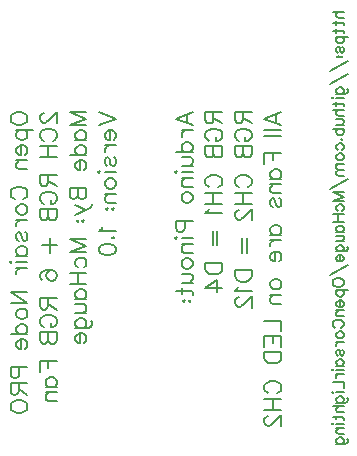
<source format=gbo>
G04 Layer: BottomSilkLayer*
G04 EasyEDA v6.2.44, 2019-10-08T14:21:55+02:00*
G04 eb769dd03b8a4f4b8b9bb7d3164b0f61,d54f43e133bf43b298e367d61d3b1b7b,10*
G04 Gerber Generator version 0.2*
G04 Scale: 100 percent, Rotated: No, Reflected: No *
G04 Dimensions in millimeters *
G04 leading zeros omitted , absolute positions ,3 integer and 3 decimal *
%FSLAX33Y33*%
%MOMM*%
G90*
G71D02*

%ADD33C,0.203200*%

%LPD*%
G54D33*
G01X29181Y34955D02*
G01X30613Y35500D01*
G01X29181Y34955D02*
G01X30613Y34410D01*
G01X30135Y35296D02*
G01X30135Y34614D01*
G01X29181Y33960D02*
G01X30613Y33960D01*
G01X29181Y33510D02*
G01X30613Y33510D01*
G01X29181Y32010D02*
G01X30613Y32010D01*
G01X29181Y32010D02*
G01X29181Y31123D01*
G01X29863Y32010D02*
G01X29863Y31464D01*
G01X29658Y29855D02*
G01X30613Y29855D01*
G01X29863Y29855D02*
G01X29726Y29991D01*
G01X29658Y30128D01*
G01X29658Y30332D01*
G01X29726Y30469D01*
G01X29863Y30605D01*
G01X30067Y30673D01*
G01X30204Y30673D01*
G01X30408Y30605D01*
G01X30545Y30469D01*
G01X30613Y30332D01*
G01X30613Y30128D01*
G01X30545Y29991D01*
G01X30408Y29855D01*
G01X29658Y29405D02*
G01X30613Y29405D01*
G01X29931Y29405D02*
G01X29726Y29200D01*
G01X29658Y29064D01*
G01X29658Y28860D01*
G01X29726Y28723D01*
G01X29931Y28655D01*
G01X30613Y28655D01*
G01X29863Y27455D02*
G01X29726Y27523D01*
G01X29658Y27728D01*
G01X29658Y27932D01*
G01X29726Y28137D01*
G01X29863Y28205D01*
G01X29999Y28137D01*
G01X30067Y28000D01*
G01X30135Y27660D01*
G01X30204Y27523D01*
G01X30340Y27455D01*
G01X30408Y27455D01*
G01X30545Y27523D01*
G01X30613Y27728D01*
G01X30613Y27932D01*
G01X30545Y28137D01*
G01X30408Y28205D01*
G01X29658Y25137D02*
G01X30613Y25137D01*
G01X29863Y25137D02*
G01X29726Y25273D01*
G01X29658Y25410D01*
G01X29658Y25614D01*
G01X29726Y25750D01*
G01X29863Y25887D01*
G01X30067Y25955D01*
G01X30204Y25955D01*
G01X30408Y25887D01*
G01X30545Y25750D01*
G01X30613Y25614D01*
G01X30613Y25410D01*
G01X30545Y25273D01*
G01X30408Y25137D01*
G01X29658Y24687D02*
G01X30613Y24687D01*
G01X30067Y24687D02*
G01X29863Y24619D01*
G01X29726Y24482D01*
G01X29658Y24346D01*
G01X29658Y24141D01*
G01X30067Y23691D02*
G01X30067Y22873D01*
G01X29931Y22873D01*
G01X29795Y22941D01*
G01X29726Y23010D01*
G01X29658Y23146D01*
G01X29658Y23350D01*
G01X29726Y23487D01*
G01X29863Y23623D01*
G01X30067Y23691D01*
G01X30204Y23691D01*
G01X30408Y23623D01*
G01X30545Y23487D01*
G01X30613Y23350D01*
G01X30613Y23146D01*
G01X30545Y23010D01*
G01X30408Y22873D01*
G01X29658Y21032D02*
G01X29726Y21169D01*
G01X29863Y21305D01*
G01X30067Y21373D01*
G01X30204Y21373D01*
G01X30408Y21305D01*
G01X30545Y21169D01*
G01X30613Y21032D01*
G01X30613Y20828D01*
G01X30545Y20691D01*
G01X30408Y20555D01*
G01X30204Y20487D01*
G01X30067Y20487D01*
G01X29863Y20555D01*
G01X29726Y20691D01*
G01X29658Y20828D01*
G01X29658Y21032D01*
G01X29658Y20037D02*
G01X30613Y20037D01*
G01X29931Y20037D02*
G01X29726Y19832D01*
G01X29658Y19696D01*
G01X29658Y19491D01*
G01X29726Y19355D01*
G01X29931Y19287D01*
G01X30613Y19287D01*
G01X29181Y17787D02*
G01X30613Y17787D01*
G01X30613Y17787D02*
G01X30613Y16969D01*
G01X29181Y16519D02*
G01X30613Y16519D01*
G01X29181Y16519D02*
G01X29181Y15632D01*
G01X29863Y16519D02*
G01X29863Y15973D01*
G01X30613Y16519D02*
G01X30613Y15632D01*
G01X29181Y15182D02*
G01X30613Y15182D01*
G01X29181Y15182D02*
G01X29181Y14705D01*
G01X29249Y14500D01*
G01X29385Y14364D01*
G01X29522Y14296D01*
G01X29726Y14228D01*
G01X30067Y14228D01*
G01X30272Y14296D01*
G01X30408Y14364D01*
G01X30545Y14500D01*
G01X30613Y14705D01*
G01X30613Y15182D01*
G01X29522Y11705D02*
G01X29385Y11773D01*
G01X29249Y11910D01*
G01X29181Y12046D01*
G01X29181Y12319D01*
G01X29249Y12455D01*
G01X29385Y12591D01*
G01X29522Y12660D01*
G01X29726Y12728D01*
G01X30067Y12728D01*
G01X30272Y12660D01*
G01X30408Y12591D01*
G01X30545Y12455D01*
G01X30613Y12319D01*
G01X30613Y12046D01*
G01X30545Y11910D01*
G01X30408Y11773D01*
G01X30272Y11705D01*
G01X29181Y11255D02*
G01X30613Y11255D01*
G01X29181Y10300D02*
G01X30613Y10300D01*
G01X29863Y11255D02*
G01X29863Y10300D01*
G01X29522Y9782D02*
G01X29454Y9782D01*
G01X29317Y9714D01*
G01X29249Y9646D01*
G01X29181Y9510D01*
G01X29181Y9237D01*
G01X29249Y9100D01*
G01X29317Y9032D01*
G01X29454Y8964D01*
G01X29590Y8964D01*
G01X29726Y9032D01*
G01X29931Y9169D01*
G01X30613Y9850D01*
G01X30613Y8896D01*
G01X7681Y35091D02*
G01X7749Y35228D01*
G01X7885Y35364D01*
G01X8022Y35432D01*
G01X8226Y35500D01*
G01X8567Y35500D01*
G01X8772Y35432D01*
G01X8908Y35364D01*
G01X9045Y35228D01*
G01X9113Y35091D01*
G01X9113Y34819D01*
G01X9045Y34682D01*
G01X8908Y34546D01*
G01X8772Y34478D01*
G01X8567Y34410D01*
G01X8226Y34410D01*
G01X8022Y34478D01*
G01X7885Y34546D01*
G01X7749Y34682D01*
G01X7681Y34819D01*
G01X7681Y35091D01*
G01X8158Y33960D02*
G01X9590Y33960D01*
G01X8363Y33960D02*
G01X8226Y33823D01*
G01X8158Y33687D01*
G01X8158Y33482D01*
G01X8226Y33346D01*
G01X8363Y33210D01*
G01X8567Y33141D01*
G01X8704Y33141D01*
G01X8908Y33210D01*
G01X9045Y33346D01*
G01X9113Y33482D01*
G01X9113Y33687D01*
G01X9045Y33823D01*
G01X8908Y33960D01*
G01X8567Y32691D02*
G01X8567Y31873D01*
G01X8431Y31873D01*
G01X8295Y31941D01*
G01X8226Y32010D01*
G01X8158Y32146D01*
G01X8158Y32350D01*
G01X8226Y32487D01*
G01X8363Y32623D01*
G01X8567Y32691D01*
G01X8704Y32691D01*
G01X8908Y32623D01*
G01X9045Y32487D01*
G01X9113Y32350D01*
G01X9113Y32146D01*
G01X9045Y32010D01*
G01X8908Y31873D01*
G01X8158Y31423D02*
G01X9113Y31423D01*
G01X8431Y31423D02*
G01X8226Y31219D01*
G01X8158Y31082D01*
G01X8158Y30878D01*
G01X8226Y30741D01*
G01X8431Y30673D01*
G01X9113Y30673D01*
G01X8022Y28150D02*
G01X7885Y28219D01*
G01X7749Y28355D01*
G01X7681Y28491D01*
G01X7681Y28764D01*
G01X7749Y28900D01*
G01X7885Y29037D01*
G01X8022Y29105D01*
G01X8226Y29173D01*
G01X8567Y29173D01*
G01X8772Y29105D01*
G01X8908Y29037D01*
G01X9045Y28900D01*
G01X9113Y28764D01*
G01X9113Y28491D01*
G01X9045Y28355D01*
G01X8908Y28219D01*
G01X8772Y28150D01*
G01X8158Y27360D02*
G01X8226Y27496D01*
G01X8363Y27632D01*
G01X8567Y27700D01*
G01X8704Y27700D01*
G01X8908Y27632D01*
G01X9045Y27496D01*
G01X9113Y27360D01*
G01X9113Y27155D01*
G01X9045Y27019D01*
G01X8908Y26882D01*
G01X8704Y26814D01*
G01X8567Y26814D01*
G01X8363Y26882D01*
G01X8226Y27019D01*
G01X8158Y27155D01*
G01X8158Y27360D01*
G01X8158Y26364D02*
G01X9113Y26364D01*
G01X8567Y26364D02*
G01X8363Y26296D01*
G01X8226Y26160D01*
G01X8158Y26023D01*
G01X8158Y25819D01*
G01X8363Y24619D02*
G01X8226Y24687D01*
G01X8158Y24891D01*
G01X8158Y25096D01*
G01X8226Y25300D01*
G01X8363Y25369D01*
G01X8499Y25300D01*
G01X8567Y25164D01*
G01X8636Y24823D01*
G01X8704Y24687D01*
G01X8840Y24619D01*
G01X8908Y24619D01*
G01X9045Y24687D01*
G01X9113Y24891D01*
G01X9113Y25096D01*
G01X9045Y25300D01*
G01X8908Y25369D01*
G01X8158Y23350D02*
G01X9113Y23350D01*
G01X8363Y23350D02*
G01X8226Y23487D01*
G01X8158Y23623D01*
G01X8158Y23828D01*
G01X8226Y23964D01*
G01X8363Y24100D01*
G01X8567Y24169D01*
G01X8704Y24169D01*
G01X8908Y24100D01*
G01X9045Y23964D01*
G01X9113Y23828D01*
G01X9113Y23623D01*
G01X9045Y23487D01*
G01X8908Y23350D01*
G01X7681Y22900D02*
G01X7749Y22832D01*
G01X7681Y22764D01*
G01X7613Y22832D01*
G01X7681Y22900D01*
G01X8158Y22832D02*
G01X9113Y22832D01*
G01X8158Y22314D02*
G01X9113Y22314D01*
G01X8567Y22314D02*
G01X8363Y22246D01*
G01X8226Y22110D01*
G01X8158Y21973D01*
G01X8158Y21769D01*
G01X7681Y20269D02*
G01X9113Y20269D01*
G01X7681Y20269D02*
G01X9113Y19314D01*
G01X7681Y19314D02*
G01X9113Y19314D01*
G01X8158Y18523D02*
G01X8226Y18660D01*
G01X8363Y18796D01*
G01X8567Y18864D01*
G01X8704Y18864D01*
G01X8908Y18796D01*
G01X9045Y18660D01*
G01X9113Y18523D01*
G01X9113Y18319D01*
G01X9045Y18182D01*
G01X8908Y18046D01*
G01X8704Y17978D01*
G01X8567Y17978D01*
G01X8363Y18046D01*
G01X8226Y18182D01*
G01X8158Y18319D01*
G01X8158Y18523D01*
G01X7681Y16709D02*
G01X9113Y16709D01*
G01X8363Y16709D02*
G01X8226Y16846D01*
G01X8158Y16982D01*
G01X8158Y17187D01*
G01X8226Y17323D01*
G01X8363Y17460D01*
G01X8567Y17528D01*
G01X8704Y17528D01*
G01X8908Y17460D01*
G01X9045Y17323D01*
G01X9113Y17187D01*
G01X9113Y16982D01*
G01X9045Y16846D01*
G01X8908Y16709D01*
G01X8567Y16260D02*
G01X8567Y15441D01*
G01X8431Y15441D01*
G01X8295Y15510D01*
G01X8226Y15578D01*
G01X8158Y15714D01*
G01X8158Y15919D01*
G01X8226Y16055D01*
G01X8363Y16191D01*
G01X8567Y16260D01*
G01X8704Y16260D01*
G01X8908Y16191D01*
G01X9045Y16055D01*
G01X9113Y15919D01*
G01X9113Y15714D01*
G01X9045Y15578D01*
G01X8908Y15441D01*
G01X7681Y13941D02*
G01X9113Y13941D01*
G01X7681Y13941D02*
G01X7681Y13328D01*
G01X7749Y13123D01*
G01X7817Y13055D01*
G01X7954Y12987D01*
G01X8158Y12987D01*
G01X8295Y13055D01*
G01X8363Y13123D01*
G01X8431Y13328D01*
G01X8431Y13941D01*
G01X7681Y12537D02*
G01X9113Y12537D01*
G01X7681Y12537D02*
G01X7681Y11923D01*
G01X7749Y11719D01*
G01X7817Y11650D01*
G01X7954Y11582D01*
G01X8090Y11582D01*
G01X8226Y11650D01*
G01X8295Y11719D01*
G01X8363Y11923D01*
G01X8363Y12537D01*
G01X8363Y12060D02*
G01X9113Y11582D01*
G01X7681Y10723D02*
G01X7749Y10859D01*
G01X7885Y10996D01*
G01X8022Y11064D01*
G01X8226Y11132D01*
G01X8567Y11132D01*
G01X8772Y11064D01*
G01X8908Y10996D01*
G01X9045Y10859D01*
G01X9113Y10723D01*
G01X9113Y10450D01*
G01X9045Y10314D01*
G01X8908Y10178D01*
G01X8772Y10110D01*
G01X8567Y10041D01*
G01X8226Y10041D01*
G01X8022Y10110D01*
G01X7885Y10178D01*
G01X7749Y10314D01*
G01X7681Y10450D01*
G01X7681Y10723D01*
G01X12681Y35500D02*
G01X14113Y35500D01*
G01X12681Y35500D02*
G01X14113Y34955D01*
G01X12681Y34410D02*
G01X14113Y34955D01*
G01X12681Y34410D02*
G01X14113Y34410D01*
G01X13158Y33141D02*
G01X14113Y33141D01*
G01X13363Y33141D02*
G01X13226Y33278D01*
G01X13158Y33414D01*
G01X13158Y33619D01*
G01X13226Y33755D01*
G01X13363Y33891D01*
G01X13567Y33960D01*
G01X13704Y33960D01*
G01X13908Y33891D01*
G01X14045Y33755D01*
G01X14113Y33619D01*
G01X14113Y33414D01*
G01X14045Y33278D01*
G01X13908Y33141D01*
G01X12681Y31873D02*
G01X14113Y31873D01*
G01X13363Y31873D02*
G01X13226Y32010D01*
G01X13158Y32146D01*
G01X13158Y32350D01*
G01X13226Y32487D01*
G01X13363Y32623D01*
G01X13567Y32691D01*
G01X13704Y32691D01*
G01X13908Y32623D01*
G01X14045Y32487D01*
G01X14113Y32350D01*
G01X14113Y32146D01*
G01X14045Y32010D01*
G01X13908Y31873D01*
G01X13567Y31423D02*
G01X13567Y30605D01*
G01X13431Y30605D01*
G01X13295Y30673D01*
G01X13226Y30741D01*
G01X13158Y30878D01*
G01X13158Y31082D01*
G01X13226Y31219D01*
G01X13363Y31355D01*
G01X13567Y31423D01*
G01X13704Y31423D01*
G01X13908Y31355D01*
G01X14045Y31219D01*
G01X14113Y31082D01*
G01X14113Y30878D01*
G01X14045Y30741D01*
G01X13908Y30605D01*
G01X12681Y29105D02*
G01X14113Y29105D01*
G01X12681Y29105D02*
G01X12681Y28491D01*
G01X12749Y28287D01*
G01X12817Y28219D01*
G01X12954Y28150D01*
G01X13090Y28150D01*
G01X13226Y28219D01*
G01X13295Y28287D01*
G01X13363Y28491D01*
G01X13363Y29105D02*
G01X13363Y28491D01*
G01X13431Y28287D01*
G01X13499Y28219D01*
G01X13635Y28150D01*
G01X13840Y28150D01*
G01X13976Y28219D01*
G01X14045Y28287D01*
G01X14113Y28491D01*
G01X14113Y29105D01*
G01X13158Y27632D02*
G01X14113Y27223D01*
G01X13158Y26814D02*
G01X14113Y27223D01*
G01X14385Y27360D01*
G01X14522Y27496D01*
G01X14590Y27632D01*
G01X14590Y27700D01*
G01X13295Y26296D02*
G01X13363Y26364D01*
G01X13431Y26296D01*
G01X13363Y26228D01*
G01X13295Y26296D01*
G01X13772Y26296D02*
G01X13840Y26364D01*
G01X13908Y26296D01*
G01X13840Y26228D01*
G01X13772Y26296D01*
G01X12681Y24728D02*
G01X14113Y24728D01*
G01X12681Y24728D02*
G01X14113Y24182D01*
G01X12681Y23637D02*
G01X14113Y24182D01*
G01X12681Y23637D02*
G01X14113Y23637D01*
G01X13363Y22369D02*
G01X13226Y22505D01*
G01X13158Y22641D01*
G01X13158Y22846D01*
G01X13226Y22982D01*
G01X13363Y23119D01*
G01X13567Y23187D01*
G01X13704Y23187D01*
G01X13908Y23119D01*
G01X14045Y22982D01*
G01X14113Y22846D01*
G01X14113Y22641D01*
G01X14045Y22505D01*
G01X13908Y22369D01*
G01X12681Y21919D02*
G01X14113Y21919D01*
G01X12681Y20964D02*
G01X14113Y20964D01*
G01X13363Y21919D02*
G01X13363Y20964D01*
G01X13158Y19696D02*
G01X14113Y19696D01*
G01X13363Y19696D02*
G01X13226Y19832D01*
G01X13158Y19969D01*
G01X13158Y20173D01*
G01X13226Y20310D01*
G01X13363Y20446D01*
G01X13567Y20514D01*
G01X13704Y20514D01*
G01X13908Y20446D01*
G01X14045Y20310D01*
G01X14113Y20173D01*
G01X14113Y19969D01*
G01X14045Y19832D01*
G01X13908Y19696D01*
G01X13158Y19246D02*
G01X13840Y19246D01*
G01X14045Y19178D01*
G01X14113Y19041D01*
G01X14113Y18837D01*
G01X14045Y18700D01*
G01X13840Y18496D01*
G01X13158Y18496D02*
G01X14113Y18496D01*
G01X13158Y17228D02*
G01X14249Y17228D01*
G01X14454Y17296D01*
G01X14522Y17364D01*
G01X14590Y17500D01*
G01X14590Y17705D01*
G01X14522Y17841D01*
G01X13363Y17228D02*
G01X13226Y17364D01*
G01X13158Y17500D01*
G01X13158Y17705D01*
G01X13226Y17841D01*
G01X13363Y17978D01*
G01X13567Y18046D01*
G01X13704Y18046D01*
G01X13908Y17978D01*
G01X14045Y17841D01*
G01X14113Y17705D01*
G01X14113Y17500D01*
G01X14045Y17364D01*
G01X13908Y17228D01*
G01X13567Y16778D02*
G01X13567Y15960D01*
G01X13431Y15960D01*
G01X13295Y16028D01*
G01X13226Y16096D01*
G01X13158Y16232D01*
G01X13158Y16437D01*
G01X13226Y16573D01*
G01X13363Y16709D01*
G01X13567Y16778D01*
G01X13704Y16778D01*
G01X13908Y16709D01*
G01X14045Y16573D01*
G01X14113Y16437D01*
G01X14113Y16232D01*
G01X14045Y16096D01*
G01X13908Y15960D01*
G01X15181Y35500D02*
G01X16613Y34955D01*
G01X15181Y34410D02*
G01X16613Y34955D01*
G01X16067Y33960D02*
G01X16067Y33141D01*
G01X15931Y33141D01*
G01X15795Y33210D01*
G01X15726Y33278D01*
G01X15658Y33414D01*
G01X15658Y33619D01*
G01X15726Y33755D01*
G01X15863Y33891D01*
G01X16067Y33960D01*
G01X16204Y33960D01*
G01X16408Y33891D01*
G01X16545Y33755D01*
G01X16613Y33619D01*
G01X16613Y33414D01*
G01X16545Y33278D01*
G01X16408Y33141D01*
G01X15658Y32691D02*
G01X16613Y32691D01*
G01X16067Y32691D02*
G01X15863Y32623D01*
G01X15726Y32487D01*
G01X15658Y32350D01*
G01X15658Y32146D01*
G01X15863Y30946D02*
G01X15726Y31014D01*
G01X15658Y31219D01*
G01X15658Y31423D01*
G01X15726Y31628D01*
G01X15863Y31696D01*
G01X15999Y31628D01*
G01X16067Y31491D01*
G01X16135Y31150D01*
G01X16204Y31014D01*
G01X16340Y30946D01*
G01X16408Y30946D01*
G01X16545Y31014D01*
G01X16613Y31219D01*
G01X16613Y31423D01*
G01X16545Y31628D01*
G01X16408Y31696D01*
G01X15181Y30496D02*
G01X15249Y30428D01*
G01X15181Y30360D01*
G01X15113Y30428D01*
G01X15181Y30496D01*
G01X15658Y30428D02*
G01X16613Y30428D01*
G01X15658Y29569D02*
G01X15726Y29705D01*
G01X15863Y29841D01*
G01X16067Y29909D01*
G01X16204Y29909D01*
G01X16408Y29841D01*
G01X16545Y29705D01*
G01X16613Y29569D01*
G01X16613Y29364D01*
G01X16545Y29228D01*
G01X16408Y29091D01*
G01X16204Y29023D01*
G01X16067Y29023D01*
G01X15863Y29091D01*
G01X15726Y29228D01*
G01X15658Y29364D01*
G01X15658Y29569D01*
G01X15658Y28573D02*
G01X16613Y28573D01*
G01X15931Y28573D02*
G01X15726Y28369D01*
G01X15658Y28232D01*
G01X15658Y28028D01*
G01X15726Y27891D01*
G01X15931Y27823D01*
G01X16613Y27823D01*
G01X15795Y27305D02*
G01X15863Y27373D01*
G01X15931Y27305D01*
G01X15863Y27237D01*
G01X15795Y27305D01*
G01X16272Y27305D02*
G01X16340Y27373D01*
G01X16408Y27305D01*
G01X16340Y27237D01*
G01X16272Y27305D01*
G01X15454Y25737D02*
G01X15385Y25600D01*
G01X15181Y25396D01*
G01X16613Y25396D01*
G01X16272Y24878D02*
G01X16340Y24946D01*
G01X16408Y24878D01*
G01X16340Y24810D01*
G01X16272Y24878D01*
G01X15181Y23950D02*
G01X15249Y24155D01*
G01X15454Y24291D01*
G01X15795Y24360D01*
G01X15999Y24360D01*
G01X16340Y24291D01*
G01X16545Y24155D01*
G01X16613Y23950D01*
G01X16613Y23814D01*
G01X16545Y23610D01*
G01X16340Y23473D01*
G01X15999Y23405D01*
G01X15795Y23405D01*
G01X15454Y23473D01*
G01X15249Y23610D01*
G01X15181Y23814D01*
G01X15181Y23950D01*
G01X10522Y35432D02*
G01X10454Y35432D01*
G01X10317Y35364D01*
G01X10249Y35296D01*
G01X10181Y35160D01*
G01X10181Y34887D01*
G01X10249Y34750D01*
G01X10317Y34682D01*
G01X10454Y34614D01*
G01X10590Y34614D01*
G01X10726Y34682D01*
G01X10931Y34819D01*
G01X11613Y35500D01*
G01X11613Y34546D01*
G01X10522Y33073D02*
G01X10385Y33141D01*
G01X10249Y33278D01*
G01X10181Y33414D01*
G01X10181Y33687D01*
G01X10249Y33823D01*
G01X10385Y33960D01*
G01X10522Y34028D01*
G01X10726Y34096D01*
G01X11067Y34096D01*
G01X11272Y34028D01*
G01X11408Y33960D01*
G01X11545Y33823D01*
G01X11613Y33687D01*
G01X11613Y33414D01*
G01X11545Y33278D01*
G01X11408Y33141D01*
G01X11272Y33073D01*
G01X10181Y32623D02*
G01X11613Y32623D01*
G01X10181Y31669D02*
G01X11613Y31669D01*
G01X10863Y32623D02*
G01X10863Y31669D01*
G01X10181Y30169D02*
G01X11613Y30169D01*
G01X10181Y30169D02*
G01X10181Y29555D01*
G01X10249Y29350D01*
G01X10317Y29282D01*
G01X10454Y29214D01*
G01X10590Y29214D01*
G01X10726Y29282D01*
G01X10795Y29350D01*
G01X10863Y29555D01*
G01X10863Y30169D01*
G01X10863Y29691D02*
G01X11613Y29214D01*
G01X10522Y27741D02*
G01X10385Y27810D01*
G01X10249Y27946D01*
G01X10181Y28082D01*
G01X10181Y28355D01*
G01X10249Y28491D01*
G01X10385Y28628D01*
G01X10522Y28696D01*
G01X10726Y28764D01*
G01X11067Y28764D01*
G01X11272Y28696D01*
G01X11408Y28628D01*
G01X11545Y28491D01*
G01X11613Y28355D01*
G01X11613Y28082D01*
G01X11545Y27946D01*
G01X11408Y27810D01*
G01X11272Y27741D01*
G01X11067Y27741D01*
G01X11067Y28082D02*
G01X11067Y27741D01*
G01X10181Y27291D02*
G01X11613Y27291D01*
G01X10181Y27291D02*
G01X10181Y26678D01*
G01X10249Y26473D01*
G01X10317Y26405D01*
G01X10454Y26337D01*
G01X10590Y26337D01*
G01X10726Y26405D01*
G01X10795Y26473D01*
G01X10863Y26678D01*
G01X10863Y27291D02*
G01X10863Y26678D01*
G01X10931Y26473D01*
G01X10999Y26405D01*
G01X11135Y26337D01*
G01X11340Y26337D01*
G01X11476Y26405D01*
G01X11545Y26473D01*
G01X11613Y26678D01*
G01X11613Y27291D01*
G01X10385Y24223D02*
G01X11613Y24223D01*
G01X10999Y24837D02*
G01X10999Y23610D01*
G01X10385Y21291D02*
G01X10249Y21360D01*
G01X10181Y21564D01*
G01X10181Y21700D01*
G01X10249Y21905D01*
G01X10454Y22041D01*
G01X10795Y22110D01*
G01X11135Y22110D01*
G01X11408Y22041D01*
G01X11545Y21905D01*
G01X11613Y21700D01*
G01X11613Y21632D01*
G01X11545Y21428D01*
G01X11408Y21291D01*
G01X11204Y21223D01*
G01X11135Y21223D01*
G01X10931Y21291D01*
G01X10795Y21428D01*
G01X10726Y21632D01*
G01X10726Y21700D01*
G01X10795Y21905D01*
G01X10931Y22041D01*
G01X11135Y22110D01*
G01X10181Y19723D02*
G01X11613Y19723D01*
G01X10181Y19723D02*
G01X10181Y19110D01*
G01X10249Y18905D01*
G01X10317Y18837D01*
G01X10454Y18769D01*
G01X10590Y18769D01*
G01X10726Y18837D01*
G01X10795Y18905D01*
G01X10863Y19110D01*
G01X10863Y19723D01*
G01X10863Y19246D02*
G01X11613Y18769D01*
G01X10522Y17296D02*
G01X10385Y17364D01*
G01X10249Y17500D01*
G01X10181Y17637D01*
G01X10181Y17910D01*
G01X10249Y18046D01*
G01X10385Y18182D01*
G01X10522Y18250D01*
G01X10726Y18319D01*
G01X11067Y18319D01*
G01X11272Y18250D01*
G01X11408Y18182D01*
G01X11545Y18046D01*
G01X11613Y17910D01*
G01X11613Y17637D01*
G01X11545Y17500D01*
G01X11408Y17364D01*
G01X11272Y17296D01*
G01X11067Y17296D01*
G01X11067Y17637D02*
G01X11067Y17296D01*
G01X10181Y16846D02*
G01X11613Y16846D01*
G01X10181Y16846D02*
G01X10181Y16232D01*
G01X10249Y16028D01*
G01X10317Y15960D01*
G01X10454Y15891D01*
G01X10590Y15891D01*
G01X10726Y15960D01*
G01X10795Y16028D01*
G01X10863Y16232D01*
G01X10863Y16846D02*
G01X10863Y16232D01*
G01X10931Y16028D01*
G01X10999Y15960D01*
G01X11135Y15891D01*
G01X11340Y15891D01*
G01X11476Y15960D01*
G01X11545Y16028D01*
G01X11613Y16232D01*
G01X11613Y16846D01*
G01X10181Y14391D02*
G01X11613Y14391D01*
G01X10181Y14391D02*
G01X10181Y13505D01*
G01X10863Y14391D02*
G01X10863Y13846D01*
G01X10658Y12237D02*
G01X11613Y12237D01*
G01X10863Y12237D02*
G01X10726Y12373D01*
G01X10658Y12510D01*
G01X10658Y12714D01*
G01X10726Y12850D01*
G01X10863Y12987D01*
G01X11067Y13055D01*
G01X11204Y13055D01*
G01X11408Y12987D01*
G01X11545Y12850D01*
G01X11613Y12714D01*
G01X11613Y12510D01*
G01X11545Y12373D01*
G01X11408Y12237D01*
G01X10658Y11787D02*
G01X11613Y11787D01*
G01X10931Y11787D02*
G01X10726Y11582D01*
G01X10658Y11446D01*
G01X10658Y11241D01*
G01X10726Y11105D01*
G01X10931Y11037D01*
G01X11613Y11037D01*
G01X24181Y35500D02*
G01X25613Y35500D01*
G01X24181Y35500D02*
G01X24181Y34887D01*
G01X24249Y34682D01*
G01X24317Y34614D01*
G01X24454Y34546D01*
G01X24590Y34546D01*
G01X24726Y34614D01*
G01X24795Y34682D01*
G01X24863Y34887D01*
G01X24863Y35500D01*
G01X24863Y35023D02*
G01X25613Y34546D01*
G01X24522Y33073D02*
G01X24385Y33141D01*
G01X24249Y33278D01*
G01X24181Y33414D01*
G01X24181Y33687D01*
G01X24249Y33823D01*
G01X24385Y33960D01*
G01X24522Y34028D01*
G01X24726Y34096D01*
G01X25067Y34096D01*
G01X25272Y34028D01*
G01X25408Y33960D01*
G01X25545Y33823D01*
G01X25613Y33687D01*
G01X25613Y33414D01*
G01X25545Y33278D01*
G01X25408Y33141D01*
G01X25272Y33073D01*
G01X25067Y33073D01*
G01X25067Y33414D02*
G01X25067Y33073D01*
G01X24181Y32623D02*
G01X25613Y32623D01*
G01X24181Y32623D02*
G01X24181Y32010D01*
G01X24249Y31805D01*
G01X24317Y31737D01*
G01X24454Y31669D01*
G01X24590Y31669D01*
G01X24726Y31737D01*
G01X24795Y31805D01*
G01X24863Y32010D01*
G01X24863Y32623D02*
G01X24863Y32010D01*
G01X24931Y31805D01*
G01X24999Y31737D01*
G01X25135Y31669D01*
G01X25340Y31669D01*
G01X25476Y31737D01*
G01X25545Y31805D01*
G01X25613Y32010D01*
G01X25613Y32623D01*
G01X24522Y29146D02*
G01X24385Y29214D01*
G01X24249Y29350D01*
G01X24181Y29487D01*
G01X24181Y29760D01*
G01X24249Y29896D01*
G01X24385Y30032D01*
G01X24522Y30100D01*
G01X24726Y30169D01*
G01X25067Y30169D01*
G01X25272Y30100D01*
G01X25408Y30032D01*
G01X25545Y29896D01*
G01X25613Y29760D01*
G01X25613Y29487D01*
G01X25545Y29350D01*
G01X25408Y29214D01*
G01X25272Y29146D01*
G01X24181Y28696D02*
G01X25613Y28696D01*
G01X24181Y27741D02*
G01X25613Y27741D01*
G01X24863Y28696D02*
G01X24863Y27741D01*
G01X24454Y27291D02*
G01X24385Y27155D01*
G01X24181Y26950D01*
G01X25613Y26950D01*
G01X24795Y25450D02*
G01X24795Y24223D01*
G01X25204Y25450D02*
G01X25204Y24223D01*
G01X24181Y22723D02*
G01X25613Y22723D01*
G01X24181Y22723D02*
G01X24181Y22246D01*
G01X24249Y22041D01*
G01X24385Y21905D01*
G01X24522Y21837D01*
G01X24726Y21769D01*
G01X25067Y21769D01*
G01X25272Y21837D01*
G01X25408Y21905D01*
G01X25545Y22041D01*
G01X25613Y22246D01*
G01X25613Y22723D01*
G01X24181Y20637D02*
G01X25135Y21319D01*
G01X25135Y20296D01*
G01X24181Y20637D02*
G01X25613Y20637D01*
G01X26681Y35500D02*
G01X28113Y35500D01*
G01X26681Y35500D02*
G01X26681Y34887D01*
G01X26749Y34682D01*
G01X26817Y34614D01*
G01X26954Y34546D01*
G01X27090Y34546D01*
G01X27226Y34614D01*
G01X27295Y34682D01*
G01X27363Y34887D01*
G01X27363Y35500D01*
G01X27363Y35023D02*
G01X28113Y34546D01*
G01X27022Y33073D02*
G01X26885Y33141D01*
G01X26749Y33278D01*
G01X26681Y33414D01*
G01X26681Y33687D01*
G01X26749Y33823D01*
G01X26885Y33960D01*
G01X27022Y34028D01*
G01X27226Y34096D01*
G01X27567Y34096D01*
G01X27772Y34028D01*
G01X27908Y33960D01*
G01X28045Y33823D01*
G01X28113Y33687D01*
G01X28113Y33414D01*
G01X28045Y33278D01*
G01X27908Y33141D01*
G01X27772Y33073D01*
G01X27567Y33073D01*
G01X27567Y33414D02*
G01X27567Y33073D01*
G01X26681Y32623D02*
G01X28113Y32623D01*
G01X26681Y32623D02*
G01X26681Y32010D01*
G01X26749Y31805D01*
G01X26817Y31737D01*
G01X26954Y31669D01*
G01X27090Y31669D01*
G01X27226Y31737D01*
G01X27295Y31805D01*
G01X27363Y32010D01*
G01X27363Y32623D02*
G01X27363Y32010D01*
G01X27431Y31805D01*
G01X27499Y31737D01*
G01X27635Y31669D01*
G01X27840Y31669D01*
G01X27976Y31737D01*
G01X28045Y31805D01*
G01X28113Y32010D01*
G01X28113Y32623D01*
G01X27022Y29146D02*
G01X26885Y29214D01*
G01X26749Y29350D01*
G01X26681Y29487D01*
G01X26681Y29760D01*
G01X26749Y29896D01*
G01X26885Y30032D01*
G01X27022Y30100D01*
G01X27226Y30169D01*
G01X27567Y30169D01*
G01X27772Y30100D01*
G01X27908Y30032D01*
G01X28045Y29896D01*
G01X28113Y29760D01*
G01X28113Y29487D01*
G01X28045Y29350D01*
G01X27908Y29214D01*
G01X27772Y29146D01*
G01X26681Y28696D02*
G01X28113Y28696D01*
G01X26681Y27741D02*
G01X28113Y27741D01*
G01X27363Y28696D02*
G01X27363Y27741D01*
G01X27022Y27223D02*
G01X26954Y27223D01*
G01X26817Y27155D01*
G01X26749Y27087D01*
G01X26681Y26950D01*
G01X26681Y26678D01*
G01X26749Y26541D01*
G01X26817Y26473D01*
G01X26954Y26405D01*
G01X27090Y26405D01*
G01X27226Y26473D01*
G01X27431Y26610D01*
G01X28113Y27291D01*
G01X28113Y26337D01*
G01X27295Y24837D02*
G01X27295Y23610D01*
G01X27704Y24837D02*
G01X27704Y23610D01*
G01X26681Y22110D02*
G01X28113Y22110D01*
G01X26681Y22110D02*
G01X26681Y21632D01*
G01X26749Y21428D01*
G01X26885Y21291D01*
G01X27022Y21223D01*
G01X27226Y21155D01*
G01X27567Y21155D01*
G01X27772Y21223D01*
G01X27908Y21291D01*
G01X28045Y21428D01*
G01X28113Y21632D01*
G01X28113Y22110D01*
G01X26954Y20705D02*
G01X26885Y20569D01*
G01X26681Y20364D01*
G01X28113Y20364D01*
G01X27022Y19846D02*
G01X26954Y19846D01*
G01X26817Y19778D01*
G01X26749Y19710D01*
G01X26681Y19573D01*
G01X26681Y19300D01*
G01X26749Y19164D01*
G01X26817Y19096D01*
G01X26954Y19028D01*
G01X27090Y19028D01*
G01X27226Y19096D01*
G01X27431Y19232D01*
G01X28113Y19914D01*
G01X28113Y18960D01*
G01X21681Y34955D02*
G01X23113Y35500D01*
G01X21681Y34955D02*
G01X23113Y34410D01*
G01X22635Y35296D02*
G01X22635Y34614D01*
G01X22158Y33960D02*
G01X23113Y33960D01*
G01X22567Y33960D02*
G01X22363Y33891D01*
G01X22226Y33755D01*
G01X22158Y33619D01*
G01X22158Y33414D01*
G01X21681Y32146D02*
G01X23113Y32146D01*
G01X22363Y32146D02*
G01X22226Y32282D01*
G01X22158Y32419D01*
G01X22158Y32623D01*
G01X22226Y32760D01*
G01X22363Y32896D01*
G01X22567Y32964D01*
G01X22704Y32964D01*
G01X22908Y32896D01*
G01X23045Y32760D01*
G01X23113Y32623D01*
G01X23113Y32419D01*
G01X23045Y32282D01*
G01X22908Y32146D01*
G01X22158Y31696D02*
G01X22840Y31696D01*
G01X23045Y31628D01*
G01X23113Y31491D01*
G01X23113Y31287D01*
G01X23045Y31150D01*
G01X22840Y30946D01*
G01X22158Y30946D02*
G01X23113Y30946D01*
G01X21681Y30496D02*
G01X21749Y30428D01*
G01X21681Y30360D01*
G01X21613Y30428D01*
G01X21681Y30496D01*
G01X22158Y30428D02*
G01X23113Y30428D01*
G01X22158Y29909D02*
G01X23113Y29909D01*
G01X22431Y29909D02*
G01X22226Y29705D01*
G01X22158Y29569D01*
G01X22158Y29364D01*
G01X22226Y29228D01*
G01X22431Y29160D01*
G01X23113Y29160D01*
G01X22158Y28369D02*
G01X22226Y28505D01*
G01X22363Y28641D01*
G01X22567Y28710D01*
G01X22704Y28710D01*
G01X22908Y28641D01*
G01X23045Y28505D01*
G01X23113Y28369D01*
G01X23113Y28164D01*
G01X23045Y28028D01*
G01X22908Y27891D01*
G01X22704Y27823D01*
G01X22567Y27823D01*
G01X22363Y27891D01*
G01X22226Y28028D01*
G01X22158Y28164D01*
G01X22158Y28369D01*
G01X21681Y26323D02*
G01X23113Y26323D01*
G01X21681Y26323D02*
G01X21681Y25710D01*
G01X21749Y25505D01*
G01X21817Y25437D01*
G01X21954Y25369D01*
G01X22158Y25369D01*
G01X22295Y25437D01*
G01X22363Y25505D01*
G01X22431Y25710D01*
G01X22431Y26323D01*
G01X21681Y24919D02*
G01X21749Y24850D01*
G01X21681Y24782D01*
G01X21613Y24850D01*
G01X21681Y24919D01*
G01X22158Y24850D02*
G01X23113Y24850D01*
G01X22158Y24332D02*
G01X23113Y24332D01*
G01X22431Y24332D02*
G01X22226Y24128D01*
G01X22158Y23991D01*
G01X22158Y23787D01*
G01X22226Y23650D01*
G01X22431Y23582D01*
G01X23113Y23582D01*
G01X22158Y22791D02*
G01X22226Y22928D01*
G01X22363Y23064D01*
G01X22567Y23132D01*
G01X22704Y23132D01*
G01X22908Y23064D01*
G01X23045Y22928D01*
G01X23113Y22791D01*
G01X23113Y22587D01*
G01X23045Y22450D01*
G01X22908Y22314D01*
G01X22704Y22246D01*
G01X22567Y22246D01*
G01X22363Y22314D01*
G01X22226Y22450D01*
G01X22158Y22587D01*
G01X22158Y22791D01*
G01X22158Y21796D02*
G01X22840Y21796D01*
G01X23045Y21728D01*
G01X23113Y21591D01*
G01X23113Y21387D01*
G01X23045Y21250D01*
G01X22840Y21046D01*
G01X22158Y21046D02*
G01X23113Y21046D01*
G01X21681Y20391D02*
G01X22840Y20391D01*
G01X23045Y20323D01*
G01X23113Y20187D01*
G01X23113Y20050D01*
G01X22158Y20596D02*
G01X22158Y20119D01*
G01X22295Y19532D02*
G01X22363Y19600D01*
G01X22431Y19532D01*
G01X22363Y19464D01*
G01X22295Y19532D01*
G01X22772Y19532D02*
G01X22840Y19600D01*
G01X22908Y19532D01*
G01X22840Y19464D01*
G01X22772Y19532D01*
G01X34954Y44000D02*
G01X35908Y44000D01*
G01X35454Y44000D02*
G01X35317Y43864D01*
G01X35272Y43773D01*
G01X35272Y43637D01*
G01X35317Y43546D01*
G01X35454Y43500D01*
G01X35908Y43500D01*
G01X34954Y43064D02*
G01X35726Y43064D01*
G01X35863Y43019D01*
G01X35908Y42928D01*
G01X35908Y42837D01*
G01X35272Y43200D02*
G01X35272Y42882D01*
G01X34954Y42400D02*
G01X35726Y42400D01*
G01X35863Y42355D01*
G01X35908Y42264D01*
G01X35908Y42173D01*
G01X35272Y42537D02*
G01X35272Y42219D01*
G01X35272Y41873D02*
G01X36226Y41873D01*
G01X35408Y41873D02*
G01X35317Y41782D01*
G01X35272Y41691D01*
G01X35272Y41555D01*
G01X35317Y41464D01*
G01X35408Y41373D01*
G01X35545Y41328D01*
G01X35635Y41328D01*
G01X35772Y41373D01*
G01X35863Y41464D01*
G01X35908Y41555D01*
G01X35908Y41691D01*
G01X35863Y41782D01*
G01X35772Y41873D01*
G01X35408Y40528D02*
G01X35317Y40573D01*
G01X35272Y40710D01*
G01X35272Y40846D01*
G01X35317Y40982D01*
G01X35408Y41028D01*
G01X35499Y40982D01*
G01X35545Y40891D01*
G01X35590Y40664D01*
G01X35635Y40573D01*
G01X35726Y40528D01*
G01X35772Y40528D01*
G01X35863Y40573D01*
G01X35908Y40710D01*
G01X35908Y40846D01*
G01X35863Y40982D01*
G01X35772Y41028D01*
G01X35363Y40182D02*
G01X35408Y40228D01*
G01X35454Y40182D01*
G01X35408Y40137D01*
G01X35363Y40182D01*
G01X35681Y40182D02*
G01X35726Y40228D01*
G01X35772Y40182D01*
G01X35726Y40137D01*
G01X35681Y40182D01*
G01X34772Y39019D02*
G01X36226Y39837D01*
G01X34772Y37900D02*
G01X36226Y38719D01*
G01X35272Y37055D02*
G01X35999Y37055D01*
G01X36135Y37100D01*
G01X36181Y37146D01*
G01X36226Y37237D01*
G01X36226Y37373D01*
G01X36181Y37464D01*
G01X35408Y37055D02*
G01X35317Y37146D01*
G01X35272Y37237D01*
G01X35272Y37373D01*
G01X35317Y37464D01*
G01X35408Y37555D01*
G01X35545Y37600D01*
G01X35635Y37600D01*
G01X35772Y37555D01*
G01X35863Y37464D01*
G01X35908Y37373D01*
G01X35908Y37237D01*
G01X35863Y37146D01*
G01X35772Y37055D01*
G01X34954Y36755D02*
G01X34999Y36710D01*
G01X34954Y36664D01*
G01X34908Y36710D01*
G01X34954Y36755D01*
G01X35272Y36710D02*
G01X35908Y36710D01*
G01X34954Y36228D02*
G01X35726Y36228D01*
G01X35863Y36182D01*
G01X35908Y36091D01*
G01X35908Y36000D01*
G01X35272Y36364D02*
G01X35272Y36046D01*
G01X34954Y35700D02*
G01X35908Y35700D01*
G01X35454Y35700D02*
G01X35317Y35564D01*
G01X35272Y35473D01*
G01X35272Y35337D01*
G01X35317Y35246D01*
G01X35454Y35200D01*
G01X35908Y35200D01*
G01X35272Y34900D02*
G01X35726Y34900D01*
G01X35863Y34855D01*
G01X35908Y34764D01*
G01X35908Y34628D01*
G01X35863Y34537D01*
G01X35726Y34400D01*
G01X35272Y34400D02*
G01X35908Y34400D01*
G01X34954Y34100D02*
G01X35908Y34100D01*
G01X35408Y34100D02*
G01X35317Y34010D01*
G01X35272Y33919D01*
G01X35272Y33782D01*
G01X35317Y33691D01*
G01X35408Y33600D01*
G01X35545Y33555D01*
G01X35635Y33555D01*
G01X35772Y33600D01*
G01X35863Y33691D01*
G01X35908Y33782D01*
G01X35908Y33919D01*
G01X35863Y34010D01*
G01X35772Y34100D01*
G01X35681Y33210D02*
G01X35726Y33255D01*
G01X35772Y33210D01*
G01X35726Y33164D01*
G01X35681Y33210D01*
G01X35408Y32319D02*
G01X35317Y32410D01*
G01X35272Y32500D01*
G01X35272Y32637D01*
G01X35317Y32728D01*
G01X35408Y32819D01*
G01X35545Y32864D01*
G01X35635Y32864D01*
G01X35772Y32819D01*
G01X35863Y32728D01*
G01X35908Y32637D01*
G01X35908Y32500D01*
G01X35863Y32410D01*
G01X35772Y32319D01*
G01X35272Y31791D02*
G01X35317Y31882D01*
G01X35408Y31973D01*
G01X35545Y32019D01*
G01X35635Y32019D01*
G01X35772Y31973D01*
G01X35863Y31882D01*
G01X35908Y31791D01*
G01X35908Y31655D01*
G01X35863Y31564D01*
G01X35772Y31473D01*
G01X35635Y31428D01*
G01X35545Y31428D01*
G01X35408Y31473D01*
G01X35317Y31564D01*
G01X35272Y31655D01*
G01X35272Y31791D01*
G01X35272Y31128D02*
G01X35908Y31128D01*
G01X35454Y31128D02*
G01X35317Y30991D01*
G01X35272Y30900D01*
G01X35272Y30764D01*
G01X35317Y30673D01*
G01X35454Y30628D01*
G01X35908Y30628D01*
G01X35454Y30628D02*
G01X35317Y30491D01*
G01X35272Y30400D01*
G01X35272Y30264D01*
G01X35317Y30173D01*
G01X35454Y30128D01*
G01X35908Y30128D01*
G01X34772Y29010D02*
G01X36226Y29828D01*
G01X34954Y28710D02*
G01X35908Y28710D01*
G01X34954Y28710D02*
G01X35908Y28346D01*
G01X34954Y27982D02*
G01X35908Y28346D01*
G01X34954Y27982D02*
G01X35908Y27982D01*
G01X35408Y27137D02*
G01X35317Y27228D01*
G01X35272Y27319D01*
G01X35272Y27455D01*
G01X35317Y27546D01*
G01X35408Y27637D01*
G01X35545Y27682D01*
G01X35635Y27682D01*
G01X35772Y27637D01*
G01X35863Y27546D01*
G01X35908Y27455D01*
G01X35908Y27319D01*
G01X35863Y27228D01*
G01X35772Y27137D01*
G01X34954Y26837D02*
G01X35908Y26837D01*
G01X34954Y26200D02*
G01X35908Y26200D01*
G01X35408Y26837D02*
G01X35408Y26200D01*
G01X35272Y25355D02*
G01X35908Y25355D01*
G01X35408Y25355D02*
G01X35317Y25446D01*
G01X35272Y25537D01*
G01X35272Y25673D01*
G01X35317Y25764D01*
G01X35408Y25855D01*
G01X35545Y25900D01*
G01X35635Y25900D01*
G01X35772Y25855D01*
G01X35863Y25764D01*
G01X35908Y25673D01*
G01X35908Y25537D01*
G01X35863Y25446D01*
G01X35772Y25355D01*
G01X35272Y25055D02*
G01X35726Y25055D01*
G01X35863Y25010D01*
G01X35908Y24919D01*
G01X35908Y24782D01*
G01X35863Y24691D01*
G01X35726Y24555D01*
G01X35272Y24555D02*
G01X35908Y24555D01*
G01X35272Y23710D02*
G01X35999Y23710D01*
G01X36135Y23755D01*
G01X36181Y23800D01*
G01X36226Y23891D01*
G01X36226Y24028D01*
G01X36181Y24119D01*
G01X35408Y23710D02*
G01X35317Y23800D01*
G01X35272Y23891D01*
G01X35272Y24028D01*
G01X35317Y24119D01*
G01X35408Y24210D01*
G01X35545Y24255D01*
G01X35635Y24255D01*
G01X35772Y24210D01*
G01X35863Y24119D01*
G01X35908Y24028D01*
G01X35908Y23891D01*
G01X35863Y23800D01*
G01X35772Y23710D01*
G01X35545Y23410D02*
G01X35545Y22864D01*
G01X35454Y22864D01*
G01X35363Y22910D01*
G01X35317Y22955D01*
G01X35272Y23046D01*
G01X35272Y23182D01*
G01X35317Y23273D01*
G01X35408Y23364D01*
G01X35545Y23410D01*
G01X35635Y23410D01*
G01X35772Y23364D01*
G01X35863Y23273D01*
G01X35908Y23182D01*
G01X35908Y23046D01*
G01X35863Y22955D01*
G01X35772Y22864D01*
G01X34772Y21746D02*
G01X36226Y22564D01*
G01X34954Y21173D02*
G01X34999Y21264D01*
G01X35090Y21355D01*
G01X35181Y21400D01*
G01X35317Y21446D01*
G01X35545Y21446D01*
G01X35681Y21400D01*
G01X35772Y21355D01*
G01X35863Y21264D01*
G01X35908Y21173D01*
G01X35908Y20991D01*
G01X35863Y20900D01*
G01X35772Y20810D01*
G01X35681Y20764D01*
G01X35545Y20719D01*
G01X35317Y20719D01*
G01X35181Y20764D01*
G01X35090Y20810D01*
G01X34999Y20900D01*
G01X34954Y20991D01*
G01X34954Y21173D01*
G01X35272Y20419D02*
G01X36226Y20419D01*
G01X35408Y20419D02*
G01X35317Y20328D01*
G01X35272Y20237D01*
G01X35272Y20100D01*
G01X35317Y20010D01*
G01X35408Y19919D01*
G01X35545Y19873D01*
G01X35635Y19873D01*
G01X35772Y19919D01*
G01X35863Y20010D01*
G01X35908Y20100D01*
G01X35908Y20237D01*
G01X35863Y20328D01*
G01X35772Y20419D01*
G01X35545Y19573D02*
G01X35545Y19028D01*
G01X35454Y19028D01*
G01X35363Y19073D01*
G01X35317Y19119D01*
G01X35272Y19210D01*
G01X35272Y19346D01*
G01X35317Y19437D01*
G01X35408Y19528D01*
G01X35545Y19573D01*
G01X35635Y19573D01*
G01X35772Y19528D01*
G01X35863Y19437D01*
G01X35908Y19346D01*
G01X35908Y19210D01*
G01X35863Y19119D01*
G01X35772Y19028D01*
G01X35272Y18728D02*
G01X35908Y18728D01*
G01X35454Y18728D02*
G01X35317Y18591D01*
G01X35272Y18500D01*
G01X35272Y18364D01*
G01X35317Y18273D01*
G01X35454Y18228D01*
G01X35908Y18228D01*
G01X35181Y17246D02*
G01X35090Y17291D01*
G01X34999Y17382D01*
G01X34954Y17473D01*
G01X34954Y17655D01*
G01X34999Y17746D01*
G01X35090Y17837D01*
G01X35181Y17882D01*
G01X35317Y17928D01*
G01X35545Y17928D01*
G01X35681Y17882D01*
G01X35772Y17837D01*
G01X35863Y17746D01*
G01X35908Y17655D01*
G01X35908Y17473D01*
G01X35863Y17382D01*
G01X35772Y17291D01*
G01X35681Y17246D01*
G01X35272Y16719D02*
G01X35317Y16810D01*
G01X35408Y16900D01*
G01X35545Y16946D01*
G01X35635Y16946D01*
G01X35772Y16900D01*
G01X35863Y16810D01*
G01X35908Y16719D01*
G01X35908Y16582D01*
G01X35863Y16491D01*
G01X35772Y16400D01*
G01X35635Y16355D01*
G01X35545Y16355D01*
G01X35408Y16400D01*
G01X35317Y16491D01*
G01X35272Y16582D01*
G01X35272Y16719D01*
G01X35272Y16055D02*
G01X35908Y16055D01*
G01X35545Y16055D02*
G01X35408Y16010D01*
G01X35317Y15919D01*
G01X35272Y15828D01*
G01X35272Y15691D01*
G01X35408Y14891D02*
G01X35317Y14937D01*
G01X35272Y15073D01*
G01X35272Y15210D01*
G01X35317Y15346D01*
G01X35408Y15391D01*
G01X35499Y15346D01*
G01X35545Y15255D01*
G01X35590Y15028D01*
G01X35635Y14937D01*
G01X35726Y14891D01*
G01X35772Y14891D01*
G01X35863Y14937D01*
G01X35908Y15073D01*
G01X35908Y15210D01*
G01X35863Y15346D01*
G01X35772Y15391D01*
G01X35272Y14046D02*
G01X35908Y14046D01*
G01X35408Y14046D02*
G01X35317Y14137D01*
G01X35272Y14228D01*
G01X35272Y14364D01*
G01X35317Y14455D01*
G01X35408Y14546D01*
G01X35545Y14591D01*
G01X35635Y14591D01*
G01X35772Y14546D01*
G01X35863Y14455D01*
G01X35908Y14364D01*
G01X35908Y14228D01*
G01X35863Y14137D01*
G01X35772Y14046D01*
G01X34954Y13746D02*
G01X34999Y13700D01*
G01X34954Y13655D01*
G01X34908Y13700D01*
G01X34954Y13746D01*
G01X35272Y13700D02*
G01X35908Y13700D01*
G01X35272Y13355D02*
G01X35908Y13355D01*
G01X35545Y13355D02*
G01X35408Y13310D01*
G01X35317Y13219D01*
G01X35272Y13128D01*
G01X35272Y12991D01*
G01X34954Y12691D02*
G01X35908Y12691D01*
G01X35908Y12691D02*
G01X35908Y12146D01*
G01X34954Y11846D02*
G01X34999Y11800D01*
G01X34954Y11755D01*
G01X34908Y11800D01*
G01X34954Y11846D01*
G01X35272Y11800D02*
G01X35908Y11800D01*
G01X35272Y10910D02*
G01X35999Y10910D01*
G01X36135Y10955D01*
G01X36181Y11000D01*
G01X36226Y11091D01*
G01X36226Y11228D01*
G01X36181Y11319D01*
G01X35408Y10910D02*
G01X35317Y11000D01*
G01X35272Y11091D01*
G01X35272Y11228D01*
G01X35317Y11319D01*
G01X35408Y11410D01*
G01X35545Y11455D01*
G01X35635Y11455D01*
G01X35772Y11410D01*
G01X35863Y11319D01*
G01X35908Y11228D01*
G01X35908Y11091D01*
G01X35863Y11000D01*
G01X35772Y10910D01*
G01X34954Y10610D02*
G01X35908Y10610D01*
G01X35454Y10610D02*
G01X35317Y10473D01*
G01X35272Y10382D01*
G01X35272Y10246D01*
G01X35317Y10155D01*
G01X35454Y10110D01*
G01X35908Y10110D01*
G01X34954Y9673D02*
G01X35726Y9673D01*
G01X35863Y9628D01*
G01X35908Y9537D01*
G01X35908Y9446D01*
G01X35272Y9810D02*
G01X35272Y9491D01*
G01X34954Y9146D02*
G01X34999Y9100D01*
G01X34954Y9055D01*
G01X34908Y9100D01*
G01X34954Y9146D01*
G01X35272Y9100D02*
G01X35908Y9100D01*
G01X35272Y8755D02*
G01X35908Y8755D01*
G01X35454Y8755D02*
G01X35317Y8619D01*
G01X35272Y8528D01*
G01X35272Y8391D01*
G01X35317Y8300D01*
G01X35454Y8255D01*
G01X35908Y8255D01*
G01X35272Y7410D02*
G01X35999Y7410D01*
G01X36135Y7455D01*
G01X36181Y7500D01*
G01X36226Y7591D01*
G01X36226Y7728D01*
G01X36181Y7819D01*
G01X35408Y7410D02*
G01X35317Y7500D01*
G01X35272Y7591D01*
G01X35272Y7728D01*
G01X35317Y7819D01*
G01X35408Y7910D01*
G01X35545Y7955D01*
G01X35635Y7955D01*
G01X35772Y7910D01*
G01X35863Y7819D01*
G01X35908Y7728D01*
G01X35908Y7591D01*
G01X35863Y7500D01*
G01X35772Y7410D01*
M00*
M02*

</source>
